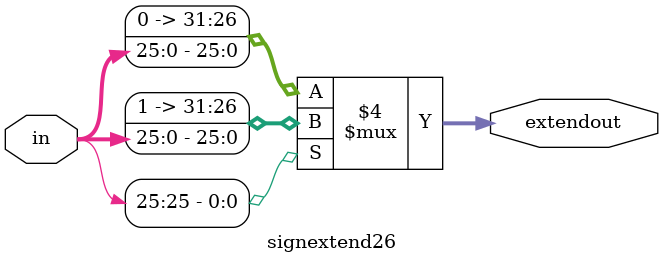
<source format=v>
`timescale 1ns / 1ps

module signextend26(extendout, in);
   
   input [25:0] in;
   output [31:0] extendout;
   reg [31:0]    extendout;
   
   always @(in)
     if (in[25] == 1)
       extendout = {6'b111111,in};
     else
       extendout = {6'b000000,in};
   
endmodule

</source>
